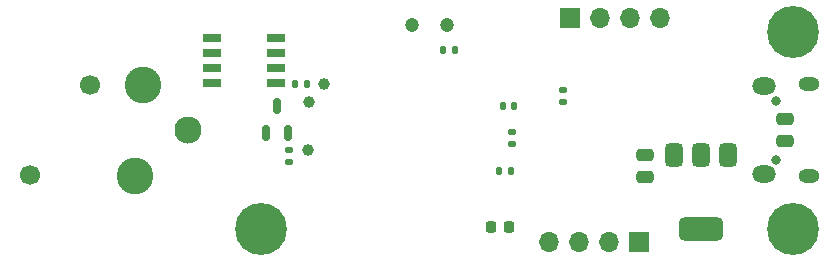
<source format=gbr>
%TF.GenerationSoftware,KiCad,Pcbnew,9.0.0*%
%TF.CreationDate,2025-03-28T00:52:52+01:00*%
%TF.ProjectId,DMX-Adapter-small-V3,444d582d-4164-4617-9074-65722d736d61,rev?*%
%TF.SameCoordinates,Original*%
%TF.FileFunction,Soldermask,Bot*%
%TF.FilePolarity,Negative*%
%FSLAX46Y46*%
G04 Gerber Fmt 4.6, Leading zero omitted, Abs format (unit mm)*
G04 Created by KiCad (PCBNEW 9.0.0) date 2025-03-28 00:52:52*
%MOMM*%
%LPD*%
G01*
G04 APERTURE LIST*
G04 Aperture macros list*
%AMRoundRect*
0 Rectangle with rounded corners*
0 $1 Rounding radius*
0 $2 $3 $4 $5 $6 $7 $8 $9 X,Y pos of 4 corners*
0 Add a 4 corners polygon primitive as box body*
4,1,4,$2,$3,$4,$5,$6,$7,$8,$9,$2,$3,0*
0 Add four circle primitives for the rounded corners*
1,1,$1+$1,$2,$3*
1,1,$1+$1,$4,$5*
1,1,$1+$1,$6,$7*
1,1,$1+$1,$8,$9*
0 Add four rect primitives between the rounded corners*
20,1,$1+$1,$2,$3,$4,$5,0*
20,1,$1+$1,$4,$5,$6,$7,0*
20,1,$1+$1,$6,$7,$8,$9,0*
20,1,$1+$1,$8,$9,$2,$3,0*%
G04 Aperture macros list end*
%ADD10C,1.000000*%
%ADD11RoundRect,0.135000X0.135000X0.185000X-0.135000X0.185000X-0.135000X-0.185000X0.135000X-0.185000X0*%
%ADD12RoundRect,0.225000X-0.225000X-0.250000X0.225000X-0.250000X0.225000X0.250000X-0.225000X0.250000X0*%
%ADD13R,1.700000X1.700000*%
%ADD14O,1.700000X1.700000*%
%ADD15C,1.200000*%
%ADD16C,4.400000*%
%ADD17C,1.700000*%
%ADD18C,3.100000*%
%ADD19C,2.300000*%
%ADD20O,0.800000X0.800000*%
%ADD21O,1.800000X1.150000*%
%ADD22O,2.000000X1.450000*%
%ADD23R,1.528000X0.650000*%
%ADD24RoundRect,0.135000X0.185000X-0.135000X0.185000X0.135000X-0.185000X0.135000X-0.185000X-0.135000X0*%
%ADD25RoundRect,0.150000X0.150000X-0.512500X0.150000X0.512500X-0.150000X0.512500X-0.150000X-0.512500X0*%
%ADD26RoundRect,0.140000X-0.140000X-0.170000X0.140000X-0.170000X0.140000X0.170000X-0.140000X0.170000X0*%
%ADD27RoundRect,0.140000X0.170000X-0.140000X0.170000X0.140000X-0.170000X0.140000X-0.170000X-0.140000X0*%
%ADD28RoundRect,0.375000X-0.375000X0.625000X-0.375000X-0.625000X0.375000X-0.625000X0.375000X0.625000X0*%
%ADD29RoundRect,0.500000X-1.400000X0.500000X-1.400000X-0.500000X1.400000X-0.500000X1.400000X0.500000X0*%
%ADD30RoundRect,0.135000X-0.135000X-0.185000X0.135000X-0.185000X0.135000X0.185000X-0.135000X0.185000X0*%
%ADD31RoundRect,0.250000X0.475000X-0.250000X0.475000X0.250000X-0.475000X0.250000X-0.475000X-0.250000X0*%
%ADD32RoundRect,0.140000X-0.170000X0.140000X-0.170000X-0.140000X0.170000X-0.140000X0.170000X0.140000X0*%
G04 APERTURE END LIST*
D10*
%TO.C,TP3*%
X160800000Y-38150000D03*
%TD*%
%TO.C,TP2*%
X160850000Y-34100000D03*
%TD*%
%TO.C,TP1*%
X162150000Y-32550000D03*
%TD*%
D11*
%TO.C,R5*%
X177970000Y-39950000D03*
X176950000Y-39950000D03*
%TD*%
D12*
%TO.C,C14*%
X176275000Y-44700000D03*
X177825000Y-44700000D03*
%TD*%
D13*
%TO.C,J3*%
X182950000Y-27000000D03*
D14*
X185490000Y-27000000D03*
X188030000Y-27000000D03*
X190570000Y-27000000D03*
%TD*%
D15*
%TO.C,SW2*%
X169600000Y-27600000D03*
X172600000Y-27600000D03*
%TD*%
D16*
%TO.C,H1*%
X201850000Y-28150000D03*
%TD*%
%TO.C,H2*%
X201850000Y-44850000D03*
%TD*%
D13*
%TO.C,J2*%
X188840000Y-46000000D03*
D14*
X186300000Y-46000000D03*
X183760000Y-46000000D03*
X181220000Y-46000000D03*
%TD*%
D17*
%TO.C,J4*%
X137260000Y-40310000D03*
X142340000Y-32690000D03*
D18*
X146150000Y-40410000D03*
X146785000Y-32690000D03*
D19*
X150600000Y-36500000D03*
%TD*%
D16*
%TO.C,H3*%
X156850000Y-44850000D03*
%TD*%
D20*
%TO.C,J1*%
X200450000Y-39000000D03*
X200450000Y-34000000D03*
D21*
X203200000Y-40375000D03*
D22*
X199400000Y-40225000D03*
X199400000Y-32775000D03*
D21*
X203200000Y-32625000D03*
%TD*%
D11*
%TO.C,R2*%
X160720000Y-32550000D03*
X159700000Y-32550000D03*
%TD*%
D23*
%TO.C,U2*%
X158122000Y-28700000D03*
X158122000Y-29970000D03*
X158122000Y-31240000D03*
X158122000Y-32510000D03*
X152700000Y-32510000D03*
X152700000Y-31240000D03*
X152700000Y-29970000D03*
X152700000Y-28700000D03*
%TD*%
D24*
%TO.C,R8*%
X159150000Y-39170000D03*
X159150000Y-38150000D03*
%TD*%
D25*
%TO.C,Q2*%
X159100000Y-36700000D03*
X157200000Y-36700000D03*
X158150000Y-34425000D03*
%TD*%
D26*
%TO.C,C2*%
X177310000Y-34430000D03*
X178270000Y-34430000D03*
%TD*%
D27*
%TO.C,C4*%
X178070000Y-37630000D03*
X178070000Y-36670000D03*
%TD*%
D28*
%TO.C,U3*%
X191750000Y-38575000D03*
X194050000Y-38575000D03*
D29*
X194050000Y-44875000D03*
D28*
X196350000Y-38575000D03*
%TD*%
D30*
%TO.C,R6*%
X172250000Y-29675000D03*
X173270000Y-29675000D03*
%TD*%
D31*
%TO.C,C11*%
X189350000Y-40500000D03*
X189350000Y-38600000D03*
%TD*%
D32*
%TO.C,C3*%
X182420000Y-33120000D03*
X182420000Y-34080000D03*
%TD*%
D31*
%TO.C,C10*%
X201200000Y-37450000D03*
X201200000Y-35550000D03*
%TD*%
M02*

</source>
